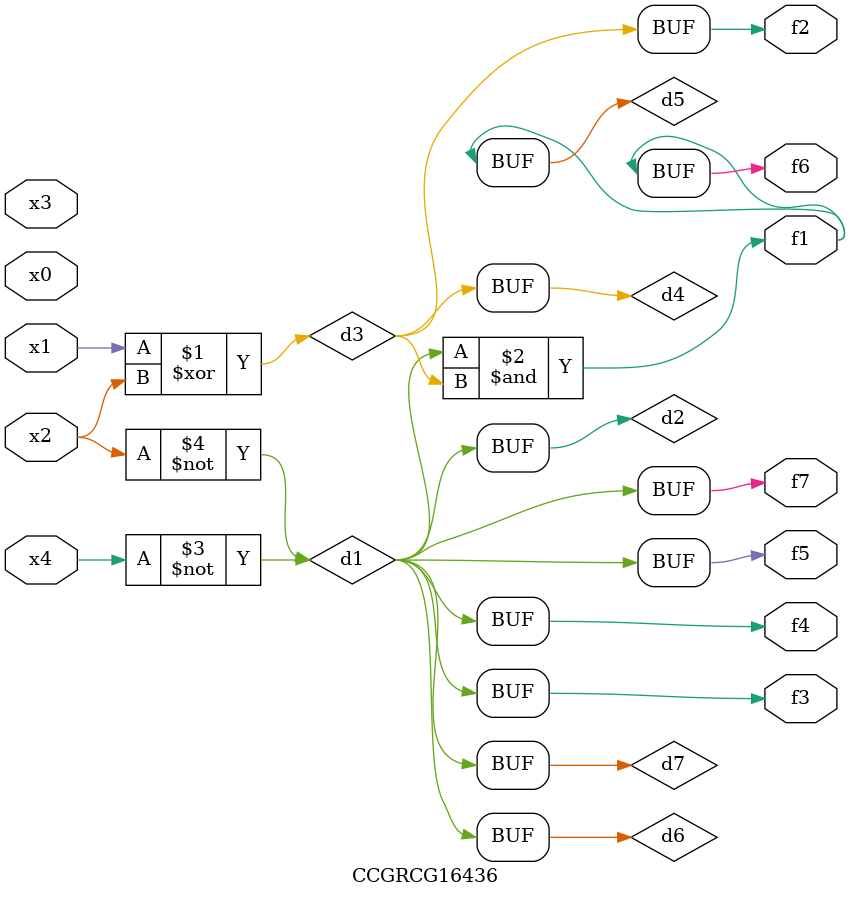
<source format=v>
module CCGRCG16436(
	input x0, x1, x2, x3, x4,
	output f1, f2, f3, f4, f5, f6, f7
);

	wire d1, d2, d3, d4, d5, d6, d7;

	not (d1, x4);
	not (d2, x2);
	xor (d3, x1, x2);
	buf (d4, d3);
	and (d5, d1, d3);
	buf (d6, d1, d2);
	buf (d7, d2);
	assign f1 = d5;
	assign f2 = d4;
	assign f3 = d7;
	assign f4 = d7;
	assign f5 = d7;
	assign f6 = d5;
	assign f7 = d7;
endmodule

</source>
